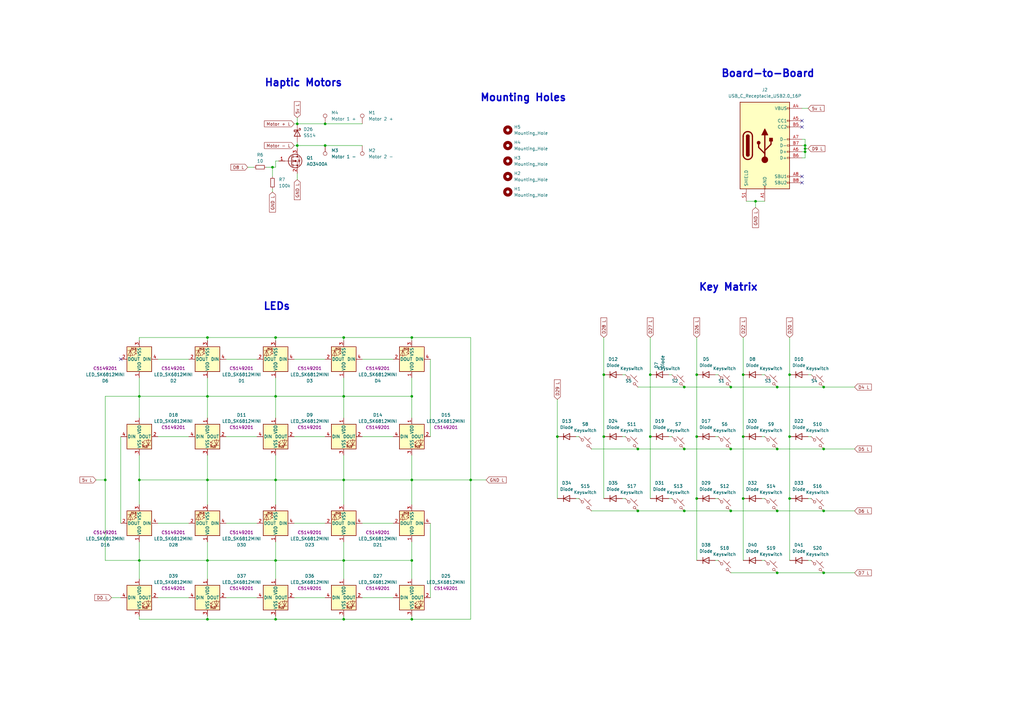
<source format=kicad_sch>
(kicad_sch (version 20250114) (generator "eeschema") (generator_version "9.0")
  (paper "A3")
  (title_block (title "Alpha Centauri") (date "2025-08-17") (rev "v1.0") (company "Jacob Gable"))
  (lib_symbols
    (symbol "Connector:TestPoint" (pin_numbers (hide yes)) (pin_names (offset 0.762) (hide yes))
      (property "Reference" "TP" (at 0 6.858 0))
      (property "Value" "TestPoint" (at 0 5.08 0))
      (symbol "TestPoint_1_1"
        (pin passive line (at 0 0 90) (length 2.54) (name "1") (number "1"))
      )
    )
    (symbol "Connector:USB_C_Receptacle_USB2.0_16P" (pin_names (offset 1.016))
      (property "Reference" "J" (at 0 22.225 0))
      (property "Value" "USB_C_Receptacle_USB2.0_16P" (at 0 19.685 0))
      (symbol "USB_C_Receptacle_USB2.0_16P_1_1"
        (pin passive line (at -7.62 -22.86 90) (length 5.08) (name "SHIELD") (number "S1"))
        (pin passive line (at 0 -22.86 90) (length 5.08) (name "GND") (number "A1"))
        (pin passive line (at 0 -22.86 90) (length 5.08) (hide yes) (name "GND") (number "A12"))
        (pin passive line (at 0 -22.86 90) (length 5.08) (hide yes) (name "GND") (number "B1"))
        (pin passive line (at 0 -22.86 90) (length 5.08) (hide yes) (name "GND") (number "B12"))
        (pin passive line (at 15.24 15.24 180) (length 5.08) (name "VBUS") (number "A4"))
        (pin passive line (at 15.24 15.24 180) (length 5.08) (hide yes) (name "VBUS") (number "A9"))
        (pin passive line (at 15.24 15.24 180) (length 5.08) (hide yes) (name "VBUS") (number "B4"))
        (pin passive line (at 15.24 15.24 180) (length 5.08) (hide yes) (name "VBUS") (number "B9"))
        (pin bidirectional line (at 15.24 10.16 180) (length 5.08) (name "CC1") (number "A5"))
        (pin bidirectional line (at 15.24 7.62 180) (length 5.08) (name "CC2") (number "B5"))
        (pin bidirectional line (at 15.24 2.54 180) (length 5.08) (name "D-") (number "A7"))
        (pin bidirectional line (at 15.24 0 180) (length 5.08) (name "D-") (number "B7"))
        (pin bidirectional line (at 15.24 -2.54 180) (length 5.08) (name "D+") (number "A6"))
        (pin bidirectional line (at 15.24 -5.08 180) (length 5.08) (name "D+") (number "B6"))
        (pin bidirectional line (at 15.24 -12.7 180) (length 5.08) (name "SBU1") (number "A8"))
        (pin bidirectional line (at 15.24 -15.24 180) (length 5.08) (name "SBU2") (number "B8"))
      )
    )
    (symbol "Device:R_Small" (pin_numbers (hide yes)) (pin_names (offset 0.254) (hide yes))
      (property "Reference" "R" (at 0.762 0.508 0))
      (property "Value" "R_Small" (at 0.762 -1.016 0))
      (symbol "R_Small_1_1"
        (pin passive line (at 0 2.54 270) (length 0.762) (name "~") (number "1"))
        (pin passive line (at 0 -2.54 90) (length 0.762) (name "~") (number "2"))
      )
    )
    (symbol "Diode:SS14" (pin_numbers (hide yes)) (pin_names (offset 1.016) (hide yes))
      (property "Reference" "D" (at 0 2.54 0))
      (property "Value" "SS14" (at 0 -2.54 0))
      (symbol "SS14_1_1"
        (pin passive line (at -3.81 0 0) (length 2.54) (name "K") (number "1"))
        (pin passive line (at 3.81 0 180) (length 2.54) (name "A") (number "2"))
      )
    )
    (symbol "ScottoKeebs:LED_SK6812MINI" (pin_names (offset 0.254))
      (property "Reference" "D" (at 2.032 5.588 0))
      (property "Value" "LED_SK6812MINI" (at 1.27 -5.715 0))
      (property "LCSC" "C5149201" (at 0 0 0))
      (symbol "LED_SK6812MINI_0_0"
        (text "RGB" (at 2.286 -4.191 0) (effects (font (size 0.762 0.762))))
      )
      (symbol "LED_SK6812MINI_1_1"
        (pin input line (at -7.62 0 0) (length 2.54) (name "DIN") (number "4"))
        (pin power_in line (at 0 7.62 270) (length 2.54) (name "VDD") (number "1"))
        (pin power_in line (at 0 -7.62 90) (length 2.54) (name "VSS") (number "3"))
        (pin output line (at 7.62 0 180) (length 2.54) (name "DOUT") (number "2"))
      )
    )
    (symbol "ScottoKeebs:Placeholder_Diode" (pin_numbers (hide yes)) (pin_names (hide yes))
      (property "Reference" "D" (at 0 2.54 0))
      (property "Value" "Diode" (at 0 -2.54 0))
      (symbol "Placeholder_Diode_1_1"
        (pin passive line (at -3.81 0 0) (length 2.54) (name "K") (number "1"))
        (pin passive line (at 3.81 0 180) (length 2.54) (name "A") (number "2"))
      )
    )
    (symbol "ScottoKeebs:Placeholder_Keyswitch" (pin_numbers (hide yes)) (pin_names (offset 1.016) (hide yes))
      (property "Reference" "S" (at 3.048 1.016 0))
      (property "Value" "Keyswitch" (at 0 -3.81 0))
      (symbol "Placeholder_Keyswitch_0_1"
        (pin passive line (at -2.54 2.54 0) (length 0) (name "1") (number "1"))
        (pin passive line (at 2.54 -2.54 180) (length 0) (name "2") (number "2"))
      )
    )
    (symbol "ScottoKeebs:Placeholder_Mounting_Hole" (pin_names (offset 1.016))
      (property "Reference" "H" (at 0 5.08 0))
      (property "Value" "Mounting_Hole" (at 0 3.175 0))
    )
    (symbol "Transistor_FET:AO3400A" (pin_names (hide yes))
      (property "Reference" "Q" (at 5.08 1.905 0))
      (property "Value" "AO3400A" (at 5.08 0 0))
      (symbol "AO3400A_1_1"
        (pin input line (at -5.08 0 0) (length 2.54) (name "G") (number "1"))
        (pin passive line (at 2.54 5.08 270) (length 2.54) (name "D") (number "3"))
        (pin passive line (at 2.54 -5.08 90) (length 2.54) (name "S") (number "2"))
      )
    )
  )
  (text "Board-to-Board" (at 314.96 30.226 0) (effects (font (size 3 3) (thickness 0.6) (bold yes))))
  (text "Haptic Motors" (at 124.46 34.036 0) (effects (font (size 3 3) (thickness 0.6) (bold yes))))
  (text "Key Matrix" (at 298.704 117.856 0) (effects (font (size 3 3) (thickness 0.6) (bold yes))))
  (text "LEDs" (at 113.538 125.73 0) (effects (font (size 3 3) (thickness 0.6) (bold yes))))
  (text "Mounting Holes" (at 214.63 40.132 0) (effects (font (size 3 3) (thickness 0.6) (bold yes))))
  (junction (at 121.92 59.69))
  (junction (at 280.67 209.55))
  (junction (at 285.75 204.47))
  (junction (at 304.8 179.07))
  (junction (at 280.67 158.75))
  (junction (at 318.77 209.55))
  (junction (at 113.03 162.56))
  (junction (at 85.09 254))
  (junction (at 285.75 153.67))
  (junction (at 261.62 184.15))
  (junction (at 133.35 59.69))
  (junction (at 299.72 184.15))
  (junction (at 280.67 184.15))
  (junction (at 57.15 229.87))
  (junction (at 299.72 209.55))
  (junction (at 193.04 196.85))
  (junction (at 323.85 204.47))
  (junction (at 85.09 196.85))
  (junction (at 168.91 254))
  (junction (at 113.03 196.85))
  (junction (at 330.2 62.23))
  (junction (at 337.82 158.75))
  (junction (at 43.18 196.85))
  (junction (at 318.77 158.75))
  (junction (at 111.76 68.58))
  (junction (at 337.82 209.55))
  (junction (at 337.82 234.95))
  (junction (at 337.82 184.15))
  (junction (at 304.8 204.47))
  (junction (at 318.77 234.95))
  (junction (at 113.03 254))
  (junction (at 121.92 50.8))
  (junction (at 57.15 162.56))
  (junction (at 285.75 179.07))
  (junction (at 140.97 196.85))
  (junction (at 140.97 162.56))
  (junction (at 247.65 179.07))
  (junction (at 323.85 153.67))
  (junction (at 309.88 82.55))
  (junction (at 133.35 50.8))
  (junction (at 85.09 162.56))
  (junction (at 330.2 59.69))
  (junction (at 168.91 229.87))
  (junction (at 304.8 153.67))
  (junction (at 330.2 60.96))
  (junction (at 266.7 153.67))
  (junction (at 247.65 153.67))
  (junction (at 168.91 138.43))
  (junction (at 57.15 196.85))
  (junction (at 85.09 229.87))
  (junction (at 318.77 184.15))
  (junction (at 113.03 229.87))
  (junction (at 168.91 162.56))
  (junction (at 299.72 158.75))
  (junction (at 113.03 138.43))
  (junction (at 323.85 179.07))
  (junction (at 85.09 138.43))
  (junction (at 140.97 138.43))
  (junction (at 266.7 179.07))
  (junction (at 228.6 179.07))
  (junction (at 168.91 196.85))
  (junction (at 140.97 229.87))
  (junction (at 261.62 209.55))
  (junction (at 140.97 254))
  (no_connect (at 328.93 52.07))
  (no_connect (at 328.93 72.39))
  (no_connect (at 328.93 49.53))
  (no_connect (at 49.53 147.32))
  (no_connect (at 328.93 74.93))
  (wire (pts (xy 113.03 154.94) (xy 113.03 162.56)))
  (wire (pts (xy 293.37 229.87) (xy 294.64 229.87)))
  (wire (pts (xy 121.92 50.8) (xy 133.35 50.8)))
  (wire (pts (xy 299.72 234.95) (xy 318.77 234.95)))
  (wire (pts (xy 337.82 234.95) (xy 350.52 234.95)))
  (wire (pts (xy 176.53 214.63) (xy 176.53 245.11)))
  (wire (pts (xy 148.59 179.07) (xy 161.29 179.07)))
  (wire (pts (xy 57.15 254) (xy 57.15 252.73)))
  (wire (pts (xy 57.15 229.87) (xy 43.18 229.87)))
  (wire (pts (xy 140.97 229.87) (xy 140.97 237.49)))
  (wire (pts (xy 140.97 162.56) (xy 140.97 171.45)))
  (wire (pts (xy 274.32 153.67) (xy 275.59 153.67)))
  (wire (pts (xy 176.53 147.32) (xy 176.53 179.07)))
  (wire (pts (xy 109.22 68.58) (xy 111.76 68.58)))
  (wire (pts (xy 85.09 254) (xy 113.03 254)))
  (wire (pts (xy 331.47 204.47) (xy 332.74 204.47)))
  (wire (pts (xy 280.67 184.15) (xy 299.72 184.15)))
  (wire (pts (xy 285.75 179.07) (xy 285.75 204.47)))
  (wire (pts (xy 120.65 50.8) (xy 121.92 50.8)))
  (wire (pts (xy 101.6 68.58) (xy 104.14 68.58)))
  (wire (pts (xy 323.85 179.07) (xy 323.85 204.47)))
  (wire (pts (xy 285.75 138.43) (xy 285.75 153.67)))
  (wire (pts (xy 193.04 138.43) (xy 168.91 138.43)))
  (wire (pts (xy 299.72 209.55) (xy 318.77 209.55)))
  (wire (pts (xy 193.04 196.85) (xy 193.04 138.43)))
  (wire (pts (xy 57.15 154.94) (xy 57.15 162.56)))
  (wire (pts (xy 242.57 184.15) (xy 261.62 184.15)))
  (wire (pts (xy 57.15 138.43) (xy 85.09 138.43)))
  (wire (pts (xy 228.6 163.83) (xy 228.6 179.07)))
  (wire (pts (xy 57.15 186.69) (xy 57.15 196.85)))
  (wire (pts (xy 140.97 222.25) (xy 140.97 229.87)))
  (wire (pts (xy 168.91 222.25) (xy 168.91 229.87)))
  (wire (pts (xy 193.04 254) (xy 193.04 196.85)))
  (wire (pts (xy 148.59 245.11) (xy 161.29 245.11)))
  (wire (pts (xy 113.03 68.58) (xy 113.03 66.04)))
  (wire (pts (xy 111.76 68.58) (xy 111.76 72.39)))
  (wire (pts (xy 304.8 179.07) (xy 304.8 204.47)))
  (wire (pts (xy 85.09 154.94) (xy 85.09 162.56)))
  (wire (pts (xy 85.09 196.85) (xy 113.03 196.85)))
  (wire (pts (xy 331.47 44.45) (xy 328.93 44.45)))
  (wire (pts (xy 318.77 209.55) (xy 337.82 209.55)))
  (wire (pts (xy 266.7 138.43) (xy 266.7 153.67)))
  (wire (pts (xy 113.03 229.87) (xy 113.03 237.49)))
  (wire (pts (xy 323.85 204.47) (xy 323.85 229.87)))
  (wire (pts (xy 328.93 62.23) (xy 330.2 62.23)))
  (wire (pts (xy 285.75 153.67) (xy 285.75 179.07)))
  (wire (pts (xy 299.72 158.75) (xy 318.77 158.75)))
  (wire (pts (xy 113.03 229.87) (xy 140.97 229.87)))
  (wire (pts (xy 120.65 214.63) (xy 133.35 214.63)))
  (wire (pts (xy 309.88 82.55) (xy 309.88 85.09)))
  (wire (pts (xy 140.97 162.56) (xy 168.91 162.56)))
  (wire (pts (xy 318.77 184.15) (xy 337.82 184.15)))
  (wire (pts (xy 85.09 222.25) (xy 85.09 229.87)))
  (wire (pts (xy 57.15 222.25) (xy 57.15 229.87)))
  (wire (pts (xy 43.18 229.87) (xy 43.18 196.85)))
  (wire (pts (xy 274.32 204.47) (xy 275.59 204.47)))
  (wire (pts (xy 43.18 162.56) (xy 57.15 162.56)))
  (wire (pts (xy 85.09 196.85) (xy 85.09 207.01)))
  (wire (pts (xy 318.77 158.75) (xy 337.82 158.75)))
  (wire (pts (xy 148.59 147.32) (xy 161.29 147.32)))
  (wire (pts (xy 64.77 179.07) (xy 77.47 179.07)))
  (wire (pts (xy 199.39 196.85) (xy 193.04 196.85)))
  (wire (pts (xy 247.65 138.43) (xy 247.65 153.67)))
  (wire (pts (xy 85.09 138.43) (xy 113.03 138.43)))
  (wire (pts (xy 247.65 153.67) (xy 247.65 179.07)))
  (wire (pts (xy 85.09 229.87) (xy 85.09 237.49)))
  (wire (pts (xy 266.7 179.07) (xy 266.7 204.47)))
  (wire (pts (xy 92.71 147.32) (xy 105.41 147.32)))
  (wire (pts (xy 64.77 214.63) (xy 77.47 214.63)))
  (wire (pts (xy 113.03 162.56) (xy 113.03 171.45)))
  (wire (pts (xy 120.65 245.11) (xy 133.35 245.11)))
  (wire (pts (xy 57.15 229.87) (xy 85.09 229.87)))
  (wire (pts (xy 304.8 204.47) (xy 304.8 229.87)))
  (wire (pts (xy 113.03 196.85) (xy 140.97 196.85)))
  (wire (pts (xy 266.7 153.67) (xy 266.7 179.07)))
  (wire (pts (xy 242.57 209.55) (xy 261.62 209.55)))
  (wire (pts (xy 312.42 179.07) (xy 313.69 179.07)))
  (wire (pts (xy 57.15 196.85) (xy 57.15 207.01)))
  (wire (pts (xy 148.59 214.63) (xy 161.29 214.63)))
  (wire (pts (xy 121.92 71.12) (xy 121.92 73.66)))
  (wire (pts (xy 328.93 59.69) (xy 330.2 59.69)))
  (wire (pts (xy 111.76 77.47) (xy 111.76 78.74)))
  (wire (pts (xy 330.2 62.23) (xy 330.2 60.96)))
  (wire (pts (xy 57.15 162.56) (xy 85.09 162.56)))
  (wire (pts (xy 140.97 196.85) (xy 168.91 196.85)))
  (wire (pts (xy 113.03 254) (xy 113.03 252.73)))
  (wire (pts (xy 140.97 254) (xy 168.91 254)))
  (wire (pts (xy 168.91 254) (xy 168.91 252.73)))
  (wire (pts (xy 337.82 184.15) (xy 350.52 184.15)))
  (wire (pts (xy 306.07 82.55) (xy 309.88 82.55)))
  (wire (pts (xy 168.91 254) (xy 193.04 254)))
  (wire (pts (xy 111.76 68.58) (xy 113.03 68.58)))
  (wire (pts (xy 121.92 58.42) (xy 121.92 59.69)))
  (wire (pts (xy 330.2 64.77) (xy 330.2 62.23)))
  (wire (pts (xy 113.03 138.43) (xy 140.97 138.43)))
  (wire (pts (xy 120.65 147.32) (xy 133.35 147.32)))
  (wire (pts (xy 120.65 59.69) (xy 121.92 59.69)))
  (wire (pts (xy 133.35 50.8) (xy 148.59 50.8)))
  (wire (pts (xy 57.15 162.56) (xy 57.15 171.45)))
  (wire (pts (xy 168.91 196.85) (xy 168.91 207.01)))
  (wire (pts (xy 337.82 209.55) (xy 350.52 209.55)))
  (wire (pts (xy 330.2 59.69) (xy 330.2 60.96)))
  (wire (pts (xy 168.91 186.69) (xy 168.91 196.85)))
  (wire (pts (xy 64.77 245.11) (xy 77.47 245.11)))
  (wire (pts (xy 85.09 254) (xy 85.09 252.73)))
  (wire (pts (xy 64.77 147.32) (xy 77.47 147.32)))
  (wire (pts (xy 113.03 254) (xy 140.97 254)))
  (wire (pts (xy 280.67 158.75) (xy 299.72 158.75)))
  (wire (pts (xy 57.15 229.87) (xy 57.15 237.49)))
  (wire (pts (xy 304.8 138.43) (xy 304.8 153.67)))
  (wire (pts (xy 255.27 179.07) (xy 256.54 179.07)))
  (wire (pts (xy 140.97 229.87) (xy 168.91 229.87)))
  (wire (pts (xy 328.93 64.77) (xy 330.2 64.77)))
  (wire (pts (xy 261.62 158.75) (xy 280.67 158.75)))
  (wire (pts (xy 113.03 196.85) (xy 113.03 207.01)))
  (wire (pts (xy 92.71 214.63) (xy 105.41 214.63)))
  (wire (pts (xy 168.91 138.43) (xy 168.91 139.7)))
  (wire (pts (xy 293.37 204.47) (xy 294.64 204.47)))
  (wire (pts (xy 331.47 179.07) (xy 332.74 179.07)))
  (wire (pts (xy 49.53 179.07) (xy 49.53 214.63)))
  (wire (pts (xy 255.27 204.47) (xy 256.54 204.47)))
  (wire (pts (xy 113.03 162.56) (xy 140.97 162.56)))
  (wire (pts (xy 331.47 153.67) (xy 332.74 153.67)))
  (wire (pts (xy 140.97 154.94) (xy 140.97 162.56)))
  (wire (pts (xy 113.03 138.43) (xy 113.03 139.7)))
  (wire (pts (xy 312.42 204.47) (xy 313.69 204.47)))
  (wire (pts (xy 39.37 196.85) (xy 43.18 196.85)))
  (wire (pts (xy 140.97 254) (xy 140.97 252.73)))
  (wire (pts (xy 113.03 222.25) (xy 113.03 229.87)))
  (wire (pts (xy 328.93 57.15) (xy 330.2 57.15)))
  (wire (pts (xy 318.77 234.95) (xy 337.82 234.95)))
  (wire (pts (xy 92.71 245.11) (xy 105.41 245.11)))
  (wire (pts (xy 312.42 153.67) (xy 313.69 153.67)))
  (wire (pts (xy 43.18 196.85) (xy 43.18 162.56)))
  (wire (pts (xy 261.62 184.15) (xy 280.67 184.15)))
  (wire (pts (xy 330.2 60.96) (xy 331.47 60.96)))
  (wire (pts (xy 121.92 59.69) (xy 121.92 60.96)))
  (wire (pts (xy 92.71 179.07) (xy 105.41 179.07)))
  (wire (pts (xy 304.8 153.67) (xy 304.8 179.07)))
  (wire (pts (xy 45.72 245.11) (xy 49.53 245.11)))
  (wire (pts (xy 113.03 66.04) (xy 114.3 66.04)))
  (wire (pts (xy 247.65 179.07) (xy 247.65 204.47)))
  (wire (pts (xy 299.72 184.15) (xy 318.77 184.15)))
  (wire (pts (xy 331.47 229.87) (xy 332.74 229.87)))
  (wire (pts (xy 293.37 179.07) (xy 294.64 179.07)))
  (wire (pts (xy 121.92 48.26) (xy 121.92 50.8)))
  (wire (pts (xy 261.62 209.55) (xy 280.67 209.55)))
  (wire (pts (xy 168.91 154.94) (xy 168.91 162.56)))
  (wire (pts (xy 312.42 229.87) (xy 313.69 229.87)))
  (wire (pts (xy 121.92 59.69) (xy 133.35 59.69)))
  (wire (pts (xy 85.09 162.56) (xy 113.03 162.56)))
  (wire (pts (xy 85.09 229.87) (xy 113.03 229.87)))
  (wire (pts (xy 57.15 254) (xy 85.09 254)))
  (wire (pts (xy 285.75 204.47) (xy 285.75 229.87)))
  (wire (pts (xy 228.6 179.07) (xy 228.6 204.47)))
  (wire (pts (xy 133.35 59.69) (xy 148.59 59.69)))
  (wire (pts (xy 255.27 153.67) (xy 256.54 153.67)))
  (wire (pts (xy 113.03 186.69) (xy 113.03 196.85)))
  (wire (pts (xy 85.09 162.56) (xy 85.09 171.45)))
  (wire (pts (xy 57.15 138.43) (xy 57.15 139.7)))
  (wire (pts (xy 293.37 153.67) (xy 294.64 153.67)))
  (wire (pts (xy 274.32 179.07) (xy 275.59 179.07)))
  (wire (pts (xy 337.82 158.75) (xy 350.52 158.75)))
  (wire (pts (xy 140.97 138.43) (xy 140.97 139.7)))
  (wire (pts (xy 236.22 179.07) (xy 237.49 179.07)))
  (wire (pts (xy 120.65 179.07) (xy 133.35 179.07)))
  (wire (pts (xy 280.67 209.55) (xy 299.72 209.55)))
  (wire (pts (xy 330.2 57.15) (xy 330.2 59.69)))
  (wire (pts (xy 193.04 196.85) (xy 168.91 196.85)))
  (wire (pts (xy 323.85 138.43) (xy 323.85 153.67)))
  (wire (pts (xy 168.91 162.56) (xy 168.91 171.45)))
  (wire (pts (xy 85.09 186.69) (xy 85.09 196.85)))
  (wire (pts (xy 168.91 229.87) (xy 168.91 237.49)))
  (wire (pts (xy 309.88 82.55) (xy 313.69 82.55)))
  (wire (pts (xy 323.85 153.67) (xy 323.85 179.07)))
  (wire (pts (xy 140.97 186.69) (xy 140.97 196.85)))
  (wire (pts (xy 140.97 138.43) (xy 168.91 138.43)))
  (wire (pts (xy 57.15 196.85) (xy 85.09 196.85)))
  (wire (pts (xy 140.97 196.85) (xy 140.97 207.01)))
  (wire (pts (xy 85.09 138.43) (xy 85.09 139.7)))
  (wire (pts (xy 236.22 204.47) (xy 237.49 204.47)))
  (global_label "D27 L" (shape input) (at 266.7 138.43 90) (property "Intersheetrefs" "${INTERSHEET_REFS}" (effects (hide yes))))
  (global_label "D29 L" (shape input) (at 228.6 163.83 90) (property "Intersheetrefs" "${INTERSHEET_REFS}" (effects (hide yes))))
  (global_label "D20 L" (shape input) (at 323.85 138.43 90) (property "Intersheetrefs" "${INTERSHEET_REFS}" (effects (hide yes))))
  (global_label "GND L" (shape input) (at 121.92 73.66 270) (property "Intersheetrefs" "${INTERSHEET_REFS}" (effects (hide yes))))
  (global_label "D6 L" (shape input) (at 350.52 209.55 0) (property "Intersheetrefs" "${INTERSHEET_REFS}" (effects (hide yes))))
  (global_label "D0 L" (shape input) (at 45.72 245.11 180) (property "Intersheetrefs" "${INTERSHEET_REFS}" (effects (hide yes))))
  (global_label "5v L" (shape input) (at 121.92 48.26 90) (property "Intersheetrefs" "${INTERSHEET_REFS}" (effects (hide yes))))
  (global_label "D8 L" (shape input) (at 101.6 68.58 180) (property "Intersheetrefs" "${INTERSHEET_REFS}" (effects (hide yes))))
  (global_label "GND L" (shape input) (at 199.39 196.85 0) (property "Intersheetrefs" "${INTERSHEET_REFS}" (effects (hide yes))))
  (global_label "D22 L" (shape input) (at 304.8 138.43 90) (property "Intersheetrefs" "${INTERSHEET_REFS}" (effects (hide yes))))
  (global_label "Motor - L" (shape input) (at 120.65 59.69 180) (property "Intersheetrefs" "${INTERSHEET_REFS}" (effects (hide yes))))
  (global_label "D26 L" (shape input) (at 285.75 138.43 90) (property "Intersheetrefs" "${INTERSHEET_REFS}" (effects (hide yes))))
  (global_label "D28 L" (shape input) (at 247.65 138.43 90) (property "Intersheetrefs" "${INTERSHEET_REFS}" (effects (hide yes))))
  (global_label "D7 L" (shape input) (at 350.52 234.95 0) (property "Intersheetrefs" "${INTERSHEET_REFS}" (effects (hide yes))))
  (global_label "5v L" (shape input) (at 331.47 44.45 0) (property "Intersheetrefs" "${INTERSHEET_REFS}" (effects (hide yes))))
  (global_label "GND L" (shape input) (at 111.76 78.74 270) (property "Intersheetrefs" "${INTERSHEET_REFS}" (effects (hide yes))))
  (global_label "Motor + L" (shape input) (at 120.65 50.8 180) (property "Intersheetrefs" "${INTERSHEET_REFS}" (effects (hide yes))))
  (global_label "D5 L" (shape input) (at 350.52 184.15 0) (property "Intersheetrefs" "${INTERSHEET_REFS}" (effects (hide yes))))
  (global_label "GND L" (shape input) (at 309.88 85.09 270) (property "Intersheetrefs" "${INTERSHEET_REFS}" (effects (hide yes))))
  (global_label "D4 L" (shape input) (at 350.52 158.75 0) (property "Intersheetrefs" "${INTERSHEET_REFS}" (effects (hide yes))))
  (global_label "5v L" (shape input) (at 39.37 196.85 180) (property "Intersheetrefs" "${INTERSHEET_REFS}" (effects (hide yes))))
  (global_label "D9 L" (shape input) (at 331.47 60.96 0) (property "Intersheetrefs" "${INTERSHEET_REFS}" (effects (hide yes))))
  (symbol (lib_id "ScottoKeebs:Placeholder_Diode") (at 251.46 179.07 0) (unit 1)
    (property "Reference" "D24" (at 251.46 172.72 0))
    (property "Value" "Diode" (at 251.46 175.26 0))
    (property "Footprint" "ScottoKeebs_Components:Diode_SOD-123" (effects (hide yes)))
    (property "Description" "1N4148 (DO-35) or 1N4148W (SOD-123)" (effects (hide yes)))
    (property "Sim.Device" "D" (effects (hide yes)))
    (property "Sim.Pins" "1=K 2=A" (effects (hide yes)))
  )
  (symbol (lib_id "Connector:TestPoint") (at 148.59 50.8 0) (unit 1)
    (property "Reference" "M1" (at 151.13 46.2279 0) (effects (justify left)))
    (property "Value" "Motor 2 +" (at 151.13 48.7679 0) (effects (justify left)))
    (property "Footprint" "TestPoint:TestPoint_Pad_2.5x2.5mm" (effects (hide yes)))
    (property "Description" "test point" (effects (hide yes)))
  )
  (symbol (lib_id "ScottoKeebs:Placeholder_Keyswitch") (at 259.08 156.21 0) (unit 1)
    (property "Reference" "S5" (at 257.81 156.21 0))
    (property "Value" "Keyswitch" (at 259.08 151.13 0))
    (property "Footprint" "JacobGable:MX_Choc_Hotswap_Hybrid" (effects (hide yes)))
    (property "Description" "Push button switch, normally open, two pins, 45° tilted" (effects (hide yes)))
  )
  (symbol (lib_id "Connector:TestPoint") (at 133.35 59.69 180) (unit 1)
    (property "Reference" "M3" (at 135.89 61.7219 0) (effects (justify right)))
    (property "Value" "Motor 1 -" (at 135.89 64.2619 0) (effects (justify right)))
    (property "Footprint" "TestPoint:TestPoint_Pad_2.5x2.5mm" (effects (hide yes)))
    (property "Description" "test point" (effects (hide yes)))
  )
  (symbol (lib_id "ScottoKeebs:LED_SK6812MINI") (at 140.97 179.07 0) (unit 1)
    (property "Reference" "D14" (at 154.94 170.2114 0))
    (property "Value" "LED_SK6812MINI" (at 154.94 172.7514 0))
    (property "Footprint" "ScottoKeebs_Components:LED_SK6812MINI" (effects (hide yes)))
    (property "Datasheet" "https://cdn-shop.adafruit.com/product-files/2686/SK6812MINI_REV.01-1-2.pdf" (effects (hide yes)))
    (property "Description" "RGB LED with integrated controller" (effects (hide yes)))
    (property "LCSC" "C5149201" (at 154.94 175.2914 0))
  )
  (symbol (lib_id "ScottoKeebs:Placeholder_Diode") (at 327.66 179.07 0) (unit 1)
    (property "Reference" "D22" (at 327.66 172.72 0))
    (property "Value" "Diode" (at 327.66 175.26 0))
    (property "Footprint" "ScottoKeebs_Components:Diode_SOD-123" (effects (hide yes)))
    (property "Description" "1N4148 (DO-35) or 1N4148W (SOD-123)" (effects (hide yes)))
    (property "Sim.Device" "D" (effects (hide yes)))
    (property "Sim.Pins" "1=K 2=A" (effects (hide yes)))
  )
  (symbol (lib_id "ScottoKeebs:Placeholder_Diode") (at 308.61 204.47 0) (unit 1)
    (property "Reference" "D32" (at 308.61 198.12 0))
    (property "Value" "Diode" (at 308.61 200.66 0))
    (property "Footprint" "ScottoKeebs_Components:Diode_SOD-123" (effects (hide yes)))
    (property "Description" "1N4148 (DO-35) or 1N4148W (SOD-123)" (effects (hide yes)))
    (property "Sim.Device" "D" (effects (hide yes)))
    (property "Sim.Pins" "1=K 2=A" (effects (hide yes)))
  )
  (symbol (lib_id "ScottoKeebs:LED_SK6812MINI") (at 57.15 245.11 0) (unit 1)
    (property "Reference" "D39" (at 71.12 236.2514 0))
    (property "Value" "LED_SK6812MINI" (at 71.12 238.7914 0))
    (property "Footprint" "ScottoKeebs_Components:LED_SK6812MINI" (effects (hide yes)))
    (property "Datasheet" "https://cdn-shop.adafruit.com/product-files/2686/SK6812MINI_REV.01-1-2.pdf" (effects (hide yes)))
    (property "Description" "RGB LED with integrated controller" (effects (hide yes)))
    (property "LCSC" "C5149201" (at 71.12 241.3314 0))
  )
  (symbol (lib_id "ScottoKeebs:Placeholder_Diode") (at 232.41 204.47 0) (unit 1)
    (property "Reference" "D34" (at 232.41 198.12 0))
    (property "Value" "Diode" (at 232.41 200.66 0))
    (property "Footprint" "ScottoKeebs_Components:Diode_SOD-123" (effects (hide yes)))
    (property "Description" "1N4148 (DO-35) or 1N4148W (SOD-123)" (effects (hide yes)))
    (property "Sim.Device" "D" (effects (hide yes)))
    (property "Sim.Pins" "1=K 2=A" (effects (hide yes)))
  )
  (symbol (lib_id "Connector:TestPoint") (at 148.59 59.69 180) (unit 1)
    (property "Reference" "M2" (at 151.13 61.7219 0) (effects (justify right)))
    (property "Value" "Motor 2 -" (at 151.13 64.2619 0) (effects (justify right)))
    (property "Footprint" "TestPoint:TestPoint_Pad_2.5x2.5mm" (effects (hide yes)))
    (property "Description" "test point" (effects (hide yes)))
  )
  (symbol (lib_id "ScottoKeebs:Placeholder_Diode") (at 308.61 153.67 0) (unit 1)
    (property "Reference" "D8" (at 308.61 147.32 0))
    (property "Value" "Diode" (at 308.61 149.86 0))
    (property "Footprint" "ScottoKeebs_Components:Diode_SOD-123" (effects (hide yes)))
    (property "Description" "1N4148 (DO-35) or 1N4148W (SOD-123)" (effects (hide yes)))
    (property "Sim.Device" "D" (effects (hide yes)))
    (property "Sim.Pins" "1=K 2=A" (effects (hide yes)))
  )
  (symbol (lib_id "ScottoKeebs:Placeholder_Diode") (at 327.66 229.87 0) (unit 1)
    (property "Reference" "D41" (at 327.66 223.52 0))
    (property "Value" "Diode" (at 327.66 226.06 0))
    (property "Footprint" "ScottoKeebs_Components:Diode_SOD-123" (effects (hide yes)))
    (property "Description" "1N4148 (DO-35) or 1N4148W (SOD-123)" (effects (hide yes)))
    (property "Sim.Device" "D" (effects (hide yes)))
    (property "Sim.Pins" "1=K 2=A" (effects (hide yes)))
  )
  (symbol (lib_id "ScottoKeebs:LED_SK6812MINI") (at 57.15 147.32 180) (unit 1)
    (property "Reference" "D6" (at 43.18 156.1786 0))
    (property "Value" "LED_SK6812MINI" (at 43.18 153.6386 0))
    (property "Footprint" "ScottoKeebs_Components:LED_SK6812MINI" (effects (hide yes)))
    (property "Datasheet" "https://cdn-shop.adafruit.com/product-files/2686/SK6812MINI_REV.01-1-2.pdf" (effects (hide yes)))
    (property "Description" "RGB LED with integrated controller" (effects (hide yes)))
    (property "LCSC" "C5149201" (at 43.18 151.0986 0))
  )
  (symbol (lib_id "ScottoKeebs:LED_SK6812MINI") (at 140.97 214.63 180) (unit 1)
    (property "Reference" "D23" (at 127 223.4886 0))
    (property "Value" "LED_SK6812MINI" (at 127 220.9486 0))
    (property "Footprint" "ScottoKeebs_Components:LED_SK6812MINI" (effects (hide yes)))
    (property "Datasheet" "https://cdn-shop.adafruit.com/product-files/2686/SK6812MINI_REV.01-1-2.pdf" (effects (hide yes)))
    (property "Description" "RGB LED with integrated controller" (effects (hide yes)))
    (property "LCSC" "C5149201" (at 127 218.4086 0))
  )
  (symbol (lib_id "ScottoKeebs:Placeholder_Diode") (at 308.61 229.87 0) (unit 1)
    (property "Reference" "D40" (at 308.61 223.52 0))
    (property "Value" "Diode" (at 308.61 226.06 0))
    (property "Footprint" "ScottoKeebs_Components:Diode_SOD-123" (effects (hide yes)))
    (property "Description" "1N4148 (DO-35) or 1N4148W (SOD-123)" (effects (hide yes)))
    (property "Sim.Device" "D" (effects (hide yes)))
    (property "Sim.Pins" "1=K 2=A" (effects (hide yes)))
  )
  (symbol (lib_id "ScottoKeebs:LED_SK6812MINI") (at 140.97 147.32 180) (unit 1)
    (property "Reference" "D3" (at 127 156.1786 0))
    (property "Value" "LED_SK6812MINI" (at 127 153.6386 0))
    (property "Footprint" "ScottoKeebs_Components:LED_SK6812MINI" (effects (hide yes)))
    (property "Datasheet" "https://cdn-shop.adafruit.com/product-files/2686/SK6812MINI_REV.01-1-2.pdf" (effects (hide yes)))
    (property "Description" "RGB LED with integrated controller" (effects (hide yes)))
    (property "LCSC" "C5149201" (at 127 151.0986 0))
  )
  (symbol (lib_id "ScottoKeebs:Placeholder_Keyswitch") (at 297.18 232.41 0) (unit 1)
    (property "Reference" "S18" (at 297.18 224.79 0))
    (property "Value" "Keyswitch" (at 297.18 227.33 0))
    (property "Footprint" "JacobGable:MX_Choc_Hotswap_Hybrid" (effects (hide yes)))
    (property "Description" "Push button switch, normally open, two pins, 45° tilted" (effects (hide yes)))
  )
  (symbol (lib_id "ScottoKeebs:Placeholder_Mounting_Hole") (at 208.28 66.04 0) (unit 1)
    (property "Reference" "H3" (at 210.82 64.7699 0) (effects (justify left)))
    (property "Value" "Mounting_Hole" (at 210.82 67.3099 0) (effects (justify left)))
    (property "Footprint" "MountingHole:MountingHole_4.3mm_M4" (effects (hide yes)))
    (property "Description" "Mounting Hole without connection" (effects (hide yes)))
  )
  (symbol (lib_id "ScottoKeebs:Placeholder_Diode") (at 232.41 179.07 0) (unit 1)
    (property "Reference" "D13" (at 232.41 172.72 0))
    (property "Value" "Diode" (at 232.41 175.26 0))
    (property "Footprint" "ScottoKeebs_Components:Diode_SOD-123" (effects (hide yes)))
    (property "Description" "1N4148 (DO-35) or 1N4148W (SOD-123)" (effects (hide yes)))
    (property "Sim.Device" "D" (effects (hide yes)))
    (property "Sim.Pins" "1=K 2=A" (effects (hide yes)))
  )
  (symbol (lib_id "ScottoKeebs:Placeholder_Diode") (at 251.46 204.47 0) (unit 1)
    (property "Reference" "D35" (at 251.46 198.12 0))
    (property "Value" "Diode" (at 251.46 200.66 0))
    (property "Footprint" "ScottoKeebs_Components:Diode_SOD-123" (effects (hide yes)))
    (property "Description" "1N4148 (DO-35) or 1N4148W (SOD-123)" (effects (hide yes)))
    (property "Sim.Device" "D" (effects (hide yes)))
    (property "Sim.Pins" "1=K 2=A" (effects (hide yes)))
  )
  (symbol (lib_id "ScottoKeebs:LED_SK6812MINI") (at 85.09 179.07 0) (unit 1)
    (property "Reference" "D11" (at 99.06 170.2114 0))
    (property "Value" "LED_SK6812MINI" (at 99.06 172.7514 0))
    (property "Footprint" "ScottoKeebs_Components:LED_SK6812MINI" (effects (hide yes)))
    (property "Datasheet" "https://cdn-shop.adafruit.com/product-files/2686/SK6812MINI_REV.01-1-2.pdf" (effects (hide yes)))
    (property "Description" "RGB LED with integrated controller" (effects (hide yes)))
    (property "LCSC" "C5149201" (at 99.06 175.2914 0))
  )
  (symbol (lib_id "ScottoKeebs:Placeholder_Diode") (at 308.61 179.07 0) (unit 1)
    (property "Reference" "D20" (at 308.61 172.72 0))
    (property "Value" "Diode" (at 308.61 175.26 0))
    (property "Footprint" "ScottoKeebs_Components:Diode_SOD-123" (effects (hide yes)))
    (property "Description" "1N4148 (DO-35) or 1N4148W (SOD-123)" (effects (hide yes)))
    (property "Sim.Device" "D" (effects (hide yes)))
    (property "Sim.Pins" "1=K 2=A" (effects (hide yes)))
  )
  (symbol (lib_id "ScottoKeebs:Placeholder_Keyswitch") (at 240.03 181.61 0) (unit 1)
    (property "Reference" "S8" (at 240.03 173.99 0))
    (property "Value" "Keyswitch" (at 240.03 176.53 0))
    (property "Footprint" "JacobGable:MX_Choc_Hotswap_Hybrid_1.5u" (effects (hide yes)))
    (property "Description" "Push button switch, normally open, two pins, 45° tilted" (effects (hide yes)))
  )
  (symbol (lib_id "Transistor_FET:AO3400A") (at 119.38 66.04 0) (unit 1)
    (property "Reference" "Q1" (at 125.73 64.7699 0) (effects (justify left)))
    (property "Value" "AO3400A" (at 125.73 67.3099 0) (effects (justify left)))
    (property "Footprint" "Package_TO_SOT_SMD:SOT-23" (effects (hide yes)))
    (property "Datasheet" "http://www.aosmd.com/pdfs/datasheet/AO3400A.pdf" (effects (hide yes)))
    (property "Description" "30V Vds, 5.7A Id, N-Channel MOSFET, SOT-23" (effects (hide yes)))
  )
  (symbol (lib_id "ScottoKeebs:LED_SK6812MINI") (at 85.09 214.63 180) (unit 1)
    (property "Reference" "D28" (at 71.12 223.4886 0))
    (property "Value" "LED_SK6812MINI" (at 71.12 220.9486 0))
    (property "Footprint" "ScottoKeebs_Components:LED_SK6812MINI" (effects (hide yes)))
    (property "Datasheet" "https://cdn-shop.adafruit.com/product-files/2686/SK6812MINI_REV.01-1-2.pdf" (effects (hide yes)))
    (property "Description" "RGB LED with integrated controller" (effects (hide yes)))
    (property "LCSC" "C5149201" (at 71.12 218.4086 0))
  )
  (symbol (lib_id "ScottoKeebs:LED_SK6812MINI") (at 113.03 179.07 0) (unit 1)
    (property "Reference" "D9" (at 127 170.2114 0))
    (property "Value" "LED_SK6812MINI" (at 127 172.7514 0))
    (property "Footprint" "ScottoKeebs_Components:LED_SK6812MINI" (effects (hide yes)))
    (property "Datasheet" "https://cdn-shop.adafruit.com/product-files/2686/SK6812MINI_REV.01-1-2.pdf" (effects (hide yes)))
    (property "Description" "RGB LED with integrated controller" (effects (hide yes)))
    (property "LCSC" "C5149201" (at 127 175.2914 0))
  )
  (symbol (lib_id "ScottoKeebs:Placeholder_Keyswitch") (at 240.03 207.01 0) (unit 1)
    (property "Reference" "S15" (at 240.03 199.39 0))
    (property "Value" "Keyswitch" (at 240.03 201.93 0))
    (property "Footprint" "JacobGable:MX_Choc_Hotswap_Hybrid" (effects (hide yes)))
    (property "Description" "Push button switch, normally open, two pins, 45° tilted" (effects (hide yes)))
  )
  (symbol (lib_id "ScottoKeebs:Placeholder_Keyswitch") (at 278.13 181.61 0) (unit 1)
    (property "Reference" "S7" (at 278.13 173.99 0))
    (property "Value" "Keyswitch" (at 278.13 176.53 0))
    (property "Footprint" "JacobGable:MX_Choc_Hotswap_Hybrid" (effects (hide yes)))
    (property "Description" "Push button switch, normally open, two pins, 45° tilted" (effects (hide yes)))
  )
  (symbol (lib_id "ScottoKeebs:Placeholder_Keyswitch") (at 278.13 156.21 0) (unit 1)
    (property "Reference" "S2" (at 276.86 156.21 0))
    (property "Value" "Keyswitch" (at 274.32 151.13 0))
    (property "Footprint" "JacobGable:MX_Choc_Hotswap_Hybrid" (effects (hide yes)))
    (property "Description" "Push button switch, normally open, two pins, 45° tilted" (effects (hide yes)))
  )
  (symbol (lib_id "Device:R_Small") (at 106.68 68.58 90) (unit 1)
    (property "Reference" "R6" (at 106.68 63.5 90))
    (property "Value" "10" (at 106.68 66.04 90))
    (property "Footprint" "Resistor_SMD:R_0603_1608Metric" (effects (hide yes)))
    (property "Description" "Resistor, small symbol" (effects (hide yes)))
  )
  (symbol (lib_id "ScottoKeebs:Placeholder_Diode") (at 270.51 153.67 0) (unit 1)
    (property "Reference" "D7" (at 269.2399 151.13 90) (effects (justify left)))
    (property "Value" "Diode" (at 271.7799 151.13 90) (effects (justify left)))
    (property "Footprint" "ScottoKeebs_Components:Diode_SOD-123" (effects (hide yes)))
    (property "Description" "1N4148 (DO-35) or 1N4148W (SOD-123)" (effects (hide yes)))
    (property "Sim.Device" "D" (effects (hide yes)))
    (property "Sim.Pins" "1=K 2=A" (effects (hide yes)))
  )
  (symbol (lib_id "ScottoKeebs:LED_SK6812MINI") (at 85.09 147.32 180) (unit 1)
    (property "Reference" "D2" (at 71.12 156.1786 0))
    (property "Value" "LED_SK6812MINI" (at 71.12 153.6386 0))
    (property "Footprint" "ScottoKeebs_Components:LED_SK6812MINI" (effects (hide yes)))
    (property "Datasheet" "https://cdn-shop.adafruit.com/product-files/2686/SK6812MINI_REV.01-1-2.pdf" (effects (hide yes)))
    (property "Description" "RGB LED with integrated controller" (effects (hide yes)))
    (property "LCSC" "C5149201" (at 71.12 151.0986 0))
  )
  (symbol (lib_id "ScottoKeebs:Placeholder_Diode") (at 327.66 153.67 0) (unit 1)
    (property "Reference" "D10" (at 327.66 147.32 0))
    (property "Value" "Diode" (at 327.66 149.86 0))
    (property "Footprint" "ScottoKeebs_Components:Diode_SOD-123" (effects (hide yes)))
    (property "Description" "1N4148 (DO-35) or 1N4148W (SOD-123)" (effects (hide yes)))
    (property "Sim.Device" "D" (effects (hide yes)))
    (property "Sim.Pins" "1=K 2=A" (effects (hide yes)))
  )
  (symbol (lib_id "Connector:USB_C_Receptacle_USB2.0_16P") (at 313.69 59.69 0) (unit 1)
    (property "Reference" "J2" (at 313.69 36.83 0))
    (property "Value" "USB_C_Receptacle_USB2.0_16P" (at 313.69 39.37 0))
    (property "Footprint" "Connector_USB:USB_C_Receptacle_HRO_TYPE-C-31-M-12" (effects (hide yes)))
    (property "Datasheet" "https://www.usb.org/sites/default/files/documents/usb_type-c.zip" (effects (hide yes)))
    (property "Description" "USB 2.0-only 16P Type-C Receptacle connector" (effects (hide yes)))
  )
  (symbol (lib_id "ScottoKeebs:Placeholder_Keyswitch") (at 297.18 156.21 0) (unit 1)
    (property "Reference" "S1" (at 295.91 156.21 0))
    (property "Value" "Keyswitch" (at 297.18 151.13 0))
    (property "Footprint" "JacobGable:MX_Choc_Hotswap_Hybrid" (effects (hide yes)))
    (property "Description" "Push button switch, normally open, two pins, 45° tilted" (effects (hide yes)))
  )
  (symbol (lib_id "ScottoKeebs:Placeholder_Keyswitch") (at 259.08 207.01 0) (unit 1)
    (property "Reference" "S17" (at 259.08 199.39 0))
    (property "Value" "Keyswitch" (at 259.08 201.93 0))
    (property "Footprint" "JacobGable:MX_Choc_Hotswap_Hybrid" (effects (hide yes)))
    (property "Description" "Push button switch, normally open, two pins, 45° tilted" (effects (hide yes)))
  )
  (symbol (lib_id "Connector:TestPoint") (at 133.35 50.8 0) (unit 1)
    (property "Reference" "M4" (at 135.89 46.2279 0) (effects (justify left)))
    (property "Value" "Motor 1 +" (at 135.89 48.7679 0) (effects (justify left)))
    (property "Footprint" "TestPoint:TestPoint_Pad_2.5x2.5mm" (effects (hide yes)))
    (property "Description" "test point" (effects (hide yes)))
  )
  (symbol (lib_id "ScottoKeebs:LED_SK6812MINI") (at 168.91 179.07 0) (unit 1)
    (property "Reference" "D15" (at 182.88 170.2114 0))
    (property "Value" "LED_SK6812MINI" (at 182.88 172.7514 0))
    (property "Footprint" "ScottoKeebs_Components:LED_SK6812MINI" (effects (hide yes)))
    (property "Datasheet" "https://cdn-shop.adafruit.com/product-files/2686/SK6812MINI_REV.01-1-2.pdf" (effects (hide yes)))
    (property "Description" "RGB LED with integrated controller" (effects (hide yes)))
    (property "LCSC" "C5149201" (at 182.88 175.2914 0))
  )
  (symbol (lib_id "ScottoKeebs:Placeholder_Keyswitch") (at 335.28 232.41 0) (unit 1)
    (property "Reference" "S20" (at 335.28 224.79 0))
    (property "Value" "Keyswitch" (at 335.28 227.33 0))
    (property "Footprint" "JacobGable:MX_Choc_Hotswap_Hybrid" (effects (hide yes)))
    (property "Description" "Push button switch, normally open, two pins, 45° tilted" (effects (hide yes)))
  )
  (symbol (lib_id "ScottoKeebs:Placeholder_Keyswitch") (at 316.23 232.41 0) (unit 1)
    (property "Reference" "S19" (at 316.23 224.79 0))
    (property "Value" "Keyswitch" (at 316.23 227.33 0))
    (property "Footprint" "JacobGable:MX_Choc_Hotswap_Hybrid" (effects (hide yes)))
    (property "Description" "Push button switch, normally open, two pins, 45° tilted" (effects (hide yes)))
  )
  (symbol (lib_id "ScottoKeebs:LED_SK6812MINI") (at 168.91 147.32 180) (unit 1)
    (property "Reference" "D4" (at 154.94 156.1786 0))
    (property "Value" "LED_SK6812MINI" (at 154.94 153.6386 0))
    (property "Footprint" "ScottoKeebs_Components:LED_SK6812MINI" (effects (hide yes)))
    (property "Datasheet" "https://cdn-shop.adafruit.com/product-files/2686/SK6812MINI_REV.01-1-2.pdf" (effects (hide yes)))
    (property "Description" "RGB LED with integrated controller" (effects (hide yes)))
    (property "LCSC" "C5149201" (at 154.94 151.0986 0))
  )
  (symbol (lib_id "ScottoKeebs:Placeholder_Mounting_Hole") (at 208.28 53.34 0) (unit 1)
    (property "Reference" "H5" (at 210.82 52.0699 0) (effects (justify left)))
    (property "Value" "Mounting_Hole" (at 210.82 54.6099 0) (effects (justify left)))
    (property "Footprint" "MountingHole:MountingHole_4.3mm_M4" (effects (hide yes)))
    (property "Description" "Mounting Hole without connection" (effects (hide yes)))
  )
  (symbol (lib_id "ScottoKeebs:Placeholder_Diode") (at 270.51 204.47 0) (unit 1)
    (property "Reference" "D31" (at 270.51 198.12 0))
    (property "Value" "Diode" (at 270.51 200.66 0))
    (property "Footprint" "ScottoKeebs_Components:Diode_SOD-123" (effects (hide yes)))
    (property "Description" "1N4148 (DO-35) or 1N4148W (SOD-123)" (effects (hide yes)))
    (property "Sim.Device" "D" (effects (hide yes)))
    (property "Sim.Pins" "1=K 2=A" (effects (hide yes)))
  )
  (symbol (lib_id "ScottoKeebs:Placeholder_Keyswitch") (at 316.23 181.61 0) (unit 1)
    (property "Reference" "S9" (at 316.23 173.99 0))
    (property "Value" "Keyswitch" (at 316.23 176.53 0))
    (property "Footprint" "JacobGable:MX_Choc_Hotswap_Hybrid" (effects (hide yes)))
    (property "Description" "Push button switch, normally open, two pins, 45° tilted" (effects (hide yes)))
  )
  (symbol (lib_id "ScottoKeebs:Placeholder_Keyswitch") (at 316.23 156.21 0) (unit 1)
    (property "Reference" "S3" (at 314.96 156.21 0))
    (property "Value" "Keyswitch" (at 316.23 151.13 0))
    (property "Footprint" "JacobGable:MX_Choc_Hotswap_Hybrid" (effects (hide yes)))
    (property "Description" "Push button switch, normally open, two pins, 45° tilted" (effects (hide yes)))
  )
  (symbol (lib_id "Diode:SS14") (at 121.92 54.61 270) (unit 1)
    (property "Reference" "D26" (at 124.46 53.0224 90) (effects (justify left)))
    (property "Value" "SS14" (at 124.46 55.5624 90) (effects (justify left)))
    (property "Footprint" "Diode_SMD:D_SMA" (effects (hide yes)))
    (property "Datasheet" "https://www.vishay.com/docs/88746/ss12.pdf" (effects (hide yes)))
    (property "Description" "40V 1A Schottky Diode, SMA" (effects (hide yes)))
  )
  (symbol (lib_id "ScottoKeebs:Placeholder_Keyswitch") (at 335.28 207.01 0) (unit 1)
    (property "Reference" "S16" (at 335.28 199.39 0))
    (property "Value" "Keyswitch" (at 335.28 201.93 0))
    (property "Footprint" "JacobGable:MX_Choc_Hotswap_Hybrid" (effects (hide yes)))
    (property "Description" "Push button switch, normally open, two pins, 45° tilted" (effects (hide yes)))
  )
  (symbol (lib_id "ScottoKeebs:LED_SK6812MINI") (at 113.03 245.11 0) (unit 1)
    (property "Reference" "D36" (at 127 236.2514 0))
    (property "Value" "LED_SK6812MINI" (at 127 238.7914 0))
    (property "Footprint" "ScottoKeebs_Components:LED_SK6812MINI" (effects (hide yes)))
    (property "Datasheet" "https://cdn-shop.adafruit.com/product-files/2686/SK6812MINI_REV.01-1-2.pdf" (effects (hide yes)))
    (property "Description" "RGB LED with integrated controller" (effects (hide yes)))
    (property "LCSC" "C5149201" (at 127 241.3314 0))
  )
  (symbol (lib_id "Device:R_Small") (at 111.76 74.93 0) (unit 1)
    (property "Reference" "R7" (at 114.3 73.6599 0) (effects (justify left)))
    (property "Value" "100k" (at 114.3 76.1999 0) (effects (justify left)))
    (property "Footprint" "Resistor_SMD:R_0603_1608Metric" (effects (hide yes)))
    (property "Description" "Resistor, small symbol" (effects (hide yes)))
  )
  (symbol (lib_id "ScottoKeebs:LED_SK6812MINI") (at 113.03 147.32 180) (unit 1)
    (property "Reference" "D1" (at 99.06 156.1786 0))
    (property "Value" "LED_SK6812MINI" (at 99.06 153.6386 0))
    (property "Footprint" "ScottoKeebs_Components:LED_SK6812MINI" (effects (hide yes)))
    (property "Datasheet" "https://cdn-shop.adafruit.com/product-files/2686/SK6812MINI_REV.01-1-2.pdf" (effects (hide yes)))
    (property "Description" "RGB LED with integrated controller" (effects (hide yes)))
    (property "LCSC" "C5149201" (at 99.06 151.0986 0))
  )
  (symbol (lib_id "ScottoKeebs:Placeholder_Diode") (at 289.56 179.07 0) (unit 1)
    (property "Reference" "D17" (at 289.56 172.72 0))
    (property "Value" "Diode" (at 289.56 175.26 0))
    (property "Footprint" "ScottoKeebs_Components:Diode_SOD-123" (effects (hide yes)))
    (property "Description" "1N4148 (DO-35) or 1N4148W (SOD-123)" (effects (hide yes)))
    (property "Sim.Device" "D" (effects (hide yes)))
    (property "Sim.Pins" "1=K 2=A" (effects (hide yes)))
  )
  (symbol (lib_id "ScottoKeebs:Placeholder_Keyswitch") (at 297.18 181.61 0) (unit 1)
    (property "Reference" "S6" (at 297.18 173.99 0))
    (property "Value" "Keyswitch" (at 297.18 176.53 0))
    (property "Footprint" "JacobGable:MX_Choc_Hotswap_Hybrid" (effects (hide yes)))
    (property "Description" "Push button switch, normally open, two pins, 45° tilted" (effects (hide yes)))
  )
  (symbol (lib_id "ScottoKeebs:Placeholder_Diode") (at 270.51 179.07 0) (unit 1)
    (property "Reference" "D19" (at 270.51 172.72 0))
    (property "Value" "Diode" (at 270.51 175.26 0))
    (property "Footprint" "ScottoKeebs_Components:Diode_SOD-123" (effects (hide yes)))
    (property "Description" "1N4148 (DO-35) or 1N4148W (SOD-123)" (effects (hide yes)))
    (property "Sim.Device" "D" (effects (hide yes)))
    (property "Sim.Pins" "1=K 2=A" (effects (hide yes)))
  )
  (symbol (lib_id "ScottoKeebs:LED_SK6812MINI") (at 57.15 214.63 180) (unit 1)
    (property "Reference" "D16" (at 43.18 223.4886 0))
    (property "Value" "LED_SK6812MINI" (at 43.18 220.9486 0))
    (property "Footprint" "ScottoKeebs_Components:LED_SK6812MINI" (effects (hide yes)))
    (property "Datasheet" "https://cdn-shop.adafruit.com/product-files/2686/SK6812MINI_REV.01-1-2.pdf" (effects (hide yes)))
    (property "Description" "RGB LED with integrated controller" (effects (hide yes)))
    (property "LCSC" "C5149201" (at 43.18 218.4086 0))
  )
  (symbol (lib_id "ScottoKeebs:LED_SK6812MINI") (at 57.15 179.07 0) (unit 1)
    (property "Reference" "D18" (at 71.12 170.2114 0))
    (property "Value" "LED_SK6812MINI" (at 71.12 172.7514 0))
    (property "Footprint" "ScottoKeebs_Components:LED_SK6812MINI" (effects (hide yes)))
    (property "Datasheet" "https://cdn-shop.adafruit.com/product-files/2686/SK6812MINI_REV.01-1-2.pdf" (effects (hide yes)))
    (property "Description" "RGB LED with integrated controller" (effects (hide yes)))
    (property "LCSC" "C5149201" (at 71.12 175.2914 0))
  )
  (symbol (lib_id "ScottoKeebs:Placeholder_Diode") (at 289.56 229.87 0) (unit 1)
    (property "Reference" "D38" (at 289.56 223.52 0))
    (property "Value" "Diode" (at 289.56 226.06 0))
    (property "Footprint" "ScottoKeebs_Components:Diode_SOD-123" (effects (hide yes)))
    (property "Description" "1N4148 (DO-35) or 1N4148W (SOD-123)" (effects (hide yes)))
    (property "Sim.Device" "D" (effects (hide yes)))
    (property "Sim.Pins" "1=K 2=A" (effects (hide yes)))
  )
  (symbol (lib_id "ScottoKeebs:Placeholder_Diode") (at 289.56 153.67 0) (unit 1)
    (property "Reference" "D5" (at 289.56 147.32 0))
    (property "Value" "Diode" (at 289.56 149.86 0))
    (property "Footprint" "ScottoKeebs_Components:Diode_SOD-123" (effects (hide yes)))
    (property "Description" "1N4148 (DO-35) or 1N4148W (SOD-123)" (effects (hide yes)))
    (property "Sim.Device" "D" (effects (hide yes)))
    (property "Sim.Pins" "1=K 2=A" (effects (hide yes)))
  )
  (symbol (lib_id "ScottoKeebs:Placeholder_Mounting_Hole") (at 208.28 78.74 0) (unit 1)
    (property "Reference" "H1" (at 210.82 77.4699 0) (effects (justify left)))
    (property "Value" "Mounting_Hole" (at 210.82 80.0099 0) (effects (justify left)))
    (property "Footprint" "MountingHole:MountingHole_4.3mm_M4" (effects (hide yes)))
    (property "Description" "Mounting Hole without connection" (effects (hide yes)))
  )
  (symbol (lib_id "ScottoKeebs:Placeholder_Mounting_Hole") (at 208.28 72.39 0) (unit 1)
    (property "Reference" "H2" (at 210.82 71.1199 0) (effects (justify left)))
    (property "Value" "Mounting_Hole" (at 210.82 73.6599 0) (effects (justify left)))
    (property "Footprint" "MountingHole:MountingHole_4.3mm_M4" (effects (hide yes)))
    (property "Description" "Mounting Hole without connection" (effects (hide yes)))
  )
  (symbol (lib_id "ScottoKeebs:LED_SK6812MINI") (at 113.03 214.63 180) (unit 1)
    (property "Reference" "D30" (at 99.06 223.4886 0))
    (property "Value" "LED_SK6812MINI" (at 99.06 220.9486 0))
    (property "Footprint" "ScottoKeebs_Components:LED_SK6812MINI" (effects (hide yes)))
    (property "Datasheet" "https://cdn-shop.adafruit.com/product-files/2686/SK6812MINI_REV.01-1-2.pdf" (effects (hide yes)))
    (property "Description" "RGB LED with integrated controller" (effects (hide yes)))
    (property "LCSC" "C5149201" (at 99.06 218.4086 0))
  )
  (symbol (lib_id "ScottoKeebs:LED_SK6812MINI") (at 168.91 214.63 180) (unit 1)
    (property "Reference" "D21" (at 154.94 223.4886 0))
    (property "Value" "LED_SK6812MINI" (at 154.94 220.9486 0))
    (property "Footprint" "ScottoKeebs_Components:LED_SK6812MINI" (effects (hide yes)))
    (property "Datasheet" "https://cdn-shop.adafruit.com/product-files/2686/SK6812MINI_REV.01-1-2.pdf" (effects (hide yes)))
    (property "Description" "RGB LED with integrated controller" (effects (hide yes)))
    (property "LCSC" "C5149201" (at 154.94 218.4086 0))
  )
  (symbol (lib_id "ScottoKeebs:Placeholder_Keyswitch") (at 278.13 207.01 0) (unit 1)
    (property "Reference" "S13" (at 278.13 199.39 0))
    (property "Value" "Keyswitch" (at 278.13 201.93 0))
    (property "Footprint" "JacobGable:MX_Choc_Hotswap_Hybrid" (effects (hide yes)))
    (property "Description" "Push button switch, normally open, two pins, 45° tilted" (effects (hide yes)))
  )
  (symbol (lib_id "ScottoKeebs:Placeholder_Keyswitch") (at 335.28 181.61 0) (unit 1)
    (property "Reference" "S10" (at 335.28 173.99 0))
    (property "Value" "Keyswitch" (at 335.28 176.53 0))
    (property "Footprint" "JacobGable:MX_Choc_Hotswap_Hybrid" (effects (hide yes)))
    (property "Description" "Push button switch, normally open, two pins, 45° tilted" (effects (hide yes)))
  )
  (symbol (lib_id "ScottoKeebs:Placeholder_Keyswitch") (at 316.23 207.01 0) (unit 1)
    (property "Reference" "S14" (at 316.23 199.39 0))
    (property "Value" "Keyswitch" (at 316.23 201.93 0))
    (property "Footprint" "JacobGable:MX_Choc_Hotswap_Hybrid" (effects (hide yes)))
    (property "Description" "Push button switch, normally open, two pins, 45° tilted" (effects (hide yes)))
  )
  (symbol (lib_id "ScottoKeebs:Placeholder_Mounting_Hole") (at 208.28 59.69 0) (unit 1)
    (property "Reference" "H4" (at 210.82 58.4199 0) (effects (justify left)))
    (property "Value" "Mounting_Hole" (at 210.82 60.9599 0) (effects (justify left)))
    (property "Footprint" "MountingHole:MountingHole_4.3mm_M4" (effects (hide yes)))
    (property "Description" "Mounting Hole without connection" (effects (hide yes)))
  )
  (symbol (lib_id "ScottoKeebs:Placeholder_Keyswitch") (at 259.08 181.61 0) (unit 1)
    (property "Reference" "S11" (at 259.08 173.99 0))
    (property "Value" "Keyswitch" (at 259.08 176.53 0))
    (property "Footprint" "JacobGable:MX_Choc_Hotswap_Hybrid" (effects (hide yes)))
    (property "Description" "Push button switch, normally open, two pins, 45° tilted" (effects (hide yes)))
  )
  (symbol (lib_id "ScottoKeebs:Placeholder_Keyswitch") (at 335.28 156.21 0) (unit 1)
    (property "Reference" "S4" (at 334.01 156.21 0))
    (property "Value" "Keyswitch" (at 335.28 151.13 0))
    (property "Footprint" "JacobGable:MX_Choc_Hotswap_Hybrid" (effects (hide yes)))
    (property "Description" "Push button switch, normally open, two pins, 45° tilted" (effects (hide yes)))
  )
  (symbol (lib_id "ScottoKeebs:LED_SK6812MINI") (at 85.09 245.11 0) (unit 1)
    (property "Reference" "D37" (at 99.06 236.2514 0))
    (property "Value" "LED_SK6812MINI" (at 99.06 238.7914 0))
    (property "Footprint" "ScottoKeebs_Components:LED_SK6812MINI" (effects (hide yes)))
    (property "Datasheet" "https://cdn-shop.adafruit.com/product-files/2686/SK6812MINI_REV.01-1-2.pdf" (effects (hide yes)))
    (property "Description" "RGB LED with integrated controller" (effects (hide yes)))
    (property "LCSC" "C5149201" (at 99.06 241.3314 0))
  )
  (symbol (lib_id "ScottoKeebs:Placeholder_Diode") (at 327.66 204.47 0) (unit 1)
    (property "Reference" "D33" (at 327.66 198.12 0))
    (property "Value" "Diode" (at 327.66 200.66 0))
    (property "Footprint" "ScottoKeebs_Components:Diode_SOD-123" (effects (hide yes)))
    (property "Description" "1N4148 (DO-35) or 1N4148W (SOD-123)" (effects (hide yes)))
    (property "Sim.Device" "D" (effects (hide yes)))
    (property "Sim.Pins" "1=K 2=A" (effects (hide yes)))
  )
  (symbol (lib_id "ScottoKeebs:LED_SK6812MINI") (at 168.91 245.11 0) (unit 1)
    (property "Reference" "D25" (at 182.88 236.2514 0))
    (property "Value" "LED_SK6812MINI" (at 182.88 238.7914 0))
    (property "Footprint" "ScottoKeebs_Components:LED_SK6812MINI" (effects (hide yes)))
    (property "Datasheet" "https://cdn-shop.adafruit.com/product-files/2686/SK6812MINI_REV.01-1-2.pdf" (effects (hide yes)))
    (property "Description" "RGB LED with integrated controller" (effects (hide yes)))
    (property "LCSC" "C5149201" (at 182.88 241.3314 0))
  )
  (symbol (lib_id "ScottoKeebs:Placeholder_Diode") (at 289.56 204.47 0) (unit 1)
    (property "Reference" "D29" (at 289.56 198.12 0))
    (property "Value" "Diode" (at 289.56 200.66 0))
    (property "Footprint" "ScottoKeebs_Components:Diode_SOD-123" (effects (hide yes)))
    (property "Description" "1N4148 (DO-35) or 1N4148W (SOD-123)" (effects (hide yes)))
    (property "Sim.Device" "D" (effects (hide yes)))
    (property "Sim.Pins" "1=K 2=A" (effects (hide yes)))
  )
  (symbol (lib_id "ScottoKeebs:LED_SK6812MINI") (at 140.97 245.11 0) (unit 1)
    (property "Reference" "D27" (at 154.94 236.2514 0))
    (property "Value" "LED_SK6812MINI" (at 154.94 238.7914 0))
    (property "Footprint" "ScottoKeebs_Components:LED_SK6812MINI" (effects (hide yes)))
    (property "Datasheet" "https://cdn-shop.adafruit.com/product-files/2686/SK6812MINI_REV.01-1-2.pdf" (effects (hide yes)))
    (property "Description" "RGB LED with integrated controller" (effects (hide yes)))
    (property "LCSC" "C5149201" (at 154.94 241.3314 0))
  )
  (symbol (lib_id "ScottoKeebs:Placeholder_Keyswitch") (at 297.18 207.01 0) (unit 1)
    (property "Reference" "S12" (at 297.18 199.39 0))
    (property "Value" "Keyswitch" (at 297.18 201.93 0))
    (property "Footprint" "JacobGable:MX_Choc_Hotswap_Hybrid" (effects (hide yes)))
    (property "Description" "Push button switch, normally open, two pins, 45° tilted" (effects (hide yes)))
  )
  (symbol (lib_id "ScottoKeebs:Placeholder_Diode") (at 251.46 153.67 0) (unit 1)
    (property "Reference" "D12" (at 251.46 147.32 0))
    (property "Value" "Diode" (at 251.46 149.86 0))
    (property "Footprint" "ScottoKeebs_Components:Diode_SOD-123" (effects (hide yes)))
    (property "Description" "1N4148 (DO-35) or 1N4148W (SOD-123)" (effects (hide yes)))
    (property "Sim.Device" "D" (effects (hide yes)))
    (property "Sim.Pins" "1=K 2=A" (effects (hide yes)))
  )
)
</source>
